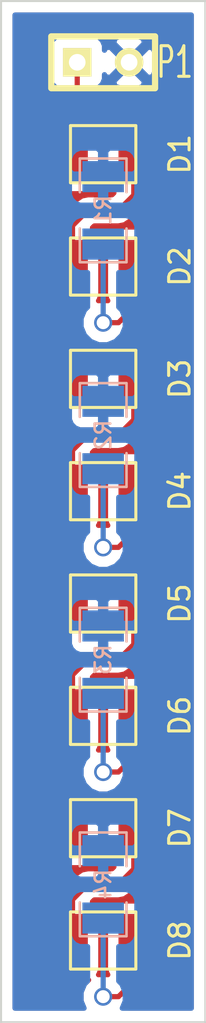
<source format=kicad_pcb>
(kicad_pcb (version 3) (host pcbnew "(2013-04-19 BZR 4011)-stable")

  (general
    (links 16)
    (no_connects 0)
    (area 144.949999 80.18873 155.050001 131.050001)
    (thickness 1.6)
    (drawings 4)
    (tracks 58)
    (zones 0)
    (modules 13)
    (nets 11)
  )

  (page A3)
  (layers
    (15 F.Cu signal)
    (0 B.Cu signal)
    (16 B.Adhes user)
    (17 F.Adhes user)
    (18 B.Paste user)
    (19 F.Paste user)
    (20 B.SilkS user)
    (21 F.SilkS user)
    (22 B.Mask user)
    (23 F.Mask user)
    (24 Dwgs.User user)
    (25 Cmts.User user)
    (26 Eco1.User user)
    (27 Eco2.User user)
    (28 Edge.Cuts user)
  )

  (setup
    (last_trace_width 0.254)
    (trace_clearance 0.254)
    (zone_clearance 0.508)
    (zone_45_only no)
    (trace_min 0.254)
    (segment_width 0.2)
    (edge_width 0.1)
    (via_size 0.889)
    (via_drill 0.635)
    (via_min_size 0.889)
    (via_min_drill 0.508)
    (uvia_size 0.508)
    (uvia_drill 0.127)
    (uvias_allowed no)
    (uvia_min_size 0.508)
    (uvia_min_drill 0.127)
    (pcb_text_width 0.3)
    (pcb_text_size 1.5 1.5)
    (mod_edge_width 0.15)
    (mod_text_size 1 1)
    (mod_text_width 0.15)
    (pad_size 2.6 1.5)
    (pad_drill 0)
    (pad_to_mask_clearance 0)
    (aux_axis_origin 0 0)
    (visible_elements 7FFF7FFF)
    (pcbplotparams
      (layerselection 3178497)
      (usegerberextensions true)
      (excludeedgelayer true)
      (linewidth 152400)
      (plotframeref false)
      (viasonmask false)
      (mode 1)
      (useauxorigin false)
      (hpglpennumber 1)
      (hpglpenspeed 20)
      (hpglpendiameter 15)
      (hpglpenoverlay 2)
      (psnegative false)
      (psa4output false)
      (plotreference true)
      (plotvalue true)
      (plotothertext true)
      (plotinvisibletext false)
      (padsonsilk false)
      (subtractmaskfromsilk false)
      (outputformat 1)
      (mirror false)
      (drillshape 1)
      (scaleselection 1)
      (outputdirectory ""))
  )

  (net 0 "")
  (net 1 GND)
  (net 2 N-000001)
  (net 3 N-000002)
  (net 4 N-000003)
  (net 5 N-000004)
  (net 6 N-000005)
  (net 7 N-000007)
  (net 8 N-000008)
  (net 9 N-000009)
  (net 10 VCC)

  (net_class Default "This is the default net class."
    (clearance 0.254)
    (trace_width 0.254)
    (via_dia 0.889)
    (via_drill 0.635)
    (uvia_dia 0.508)
    (uvia_drill 0.127)
    (add_net "")
    (add_net GND)
    (add_net N-000001)
    (add_net N-000002)
    (add_net N-000003)
    (add_net N-000004)
    (add_net N-000005)
    (add_net N-000007)
    (add_net N-000008)
    (add_net N-000009)
    (add_net VCC)
  )

  (module SM1206 (layer B.Cu) (tedit 42806E24) (tstamp 52335E75)
    (at 150 91.25 270)
    (path /5232A187)
    (attr smd)
    (fp_text reference R1 (at 0 0 270) (layer B.SilkS)
      (effects (font (size 0.762 0.762) (thickness 0.127)) (justify mirror))
    )
    (fp_text value R (at 0 0 270) (layer B.SilkS) hide
      (effects (font (size 0.762 0.762) (thickness 0.127)) (justify mirror))
    )
    (fp_line (start -2.54 1.143) (end -2.54 -1.143) (layer B.SilkS) (width 0.127))
    (fp_line (start -2.54 -1.143) (end -0.889 -1.143) (layer B.SilkS) (width 0.127))
    (fp_line (start 0.889 1.143) (end 2.54 1.143) (layer B.SilkS) (width 0.127))
    (fp_line (start 2.54 1.143) (end 2.54 -1.143) (layer B.SilkS) (width 0.127))
    (fp_line (start 2.54 -1.143) (end 0.889 -1.143) (layer B.SilkS) (width 0.127))
    (fp_line (start -0.889 1.143) (end -2.54 1.143) (layer B.SilkS) (width 0.127))
    (pad 1 smd rect (at -1.651 0 270) (size 1.524 2.032)
      (layers B.Cu B.Paste B.Mask)
      (net 1 GND)
    )
    (pad 2 smd rect (at 1.651 0 270) (size 1.524 2.032)
      (layers B.Cu B.Paste B.Mask)
      (net 4 N-000003)
    )
    (model smd/chip_cms.wrl
      (at (xyz 0 0 0))
      (scale (xyz 0.17 0.16 0.16))
      (rotate (xyz 0 0 0))
    )
  )

  (module SM1206 (layer B.Cu) (tedit 42806E24) (tstamp 52335E82)
    (at 150 102.25 270)
    (path /5232A2CD)
    (attr smd)
    (fp_text reference R2 (at 0 0 270) (layer B.SilkS)
      (effects (font (size 0.762 0.762) (thickness 0.127)) (justify mirror))
    )
    (fp_text value R (at 0 0 270) (layer B.SilkS) hide
      (effects (font (size 0.762 0.762) (thickness 0.127)) (justify mirror))
    )
    (fp_line (start -2.54 1.143) (end -2.54 -1.143) (layer B.SilkS) (width 0.127))
    (fp_line (start -2.54 -1.143) (end -0.889 -1.143) (layer B.SilkS) (width 0.127))
    (fp_line (start 0.889 1.143) (end 2.54 1.143) (layer B.SilkS) (width 0.127))
    (fp_line (start 2.54 1.143) (end 2.54 -1.143) (layer B.SilkS) (width 0.127))
    (fp_line (start 2.54 -1.143) (end 0.889 -1.143) (layer B.SilkS) (width 0.127))
    (fp_line (start -0.889 1.143) (end -2.54 1.143) (layer B.SilkS) (width 0.127))
    (pad 1 smd rect (at -1.651 0 270) (size 1.524 2.032)
      (layers B.Cu B.Paste B.Mask)
      (net 1 GND)
    )
    (pad 2 smd rect (at 1.651 0 270) (size 1.524 2.032)
      (layers B.Cu B.Paste B.Mask)
      (net 6 N-000005)
    )
    (model smd/chip_cms.wrl
      (at (xyz 0 0 0))
      (scale (xyz 0.17 0.16 0.16))
      (rotate (xyz 0 0 0))
    )
  )

  (module SM1206 (layer B.Cu) (tedit 42806E24) (tstamp 52336B52)
    (at 150 113.25 270)
    (path /5232A2D9)
    (attr smd)
    (fp_text reference R3 (at 0 0 270) (layer B.SilkS)
      (effects (font (size 0.762 0.762) (thickness 0.127)) (justify mirror))
    )
    (fp_text value R (at 0 0 270) (layer B.SilkS) hide
      (effects (font (size 0.762 0.762) (thickness 0.127)) (justify mirror))
    )
    (fp_line (start -2.54 1.143) (end -2.54 -1.143) (layer B.SilkS) (width 0.127))
    (fp_line (start -2.54 -1.143) (end -0.889 -1.143) (layer B.SilkS) (width 0.127))
    (fp_line (start 0.889 1.143) (end 2.54 1.143) (layer B.SilkS) (width 0.127))
    (fp_line (start 2.54 1.143) (end 2.54 -1.143) (layer B.SilkS) (width 0.127))
    (fp_line (start 2.54 -1.143) (end 0.889 -1.143) (layer B.SilkS) (width 0.127))
    (fp_line (start -0.889 1.143) (end -2.54 1.143) (layer B.SilkS) (width 0.127))
    (pad 1 smd rect (at -1.651 0 270) (size 1.524 2.032)
      (layers B.Cu B.Paste B.Mask)
      (net 1 GND)
    )
    (pad 2 smd rect (at 1.651 0 270) (size 1.524 2.032)
      (layers B.Cu B.Paste B.Mask)
      (net 8 N-000008)
    )
    (model smd/chip_cms.wrl
      (at (xyz 0 0 0))
      (scale (xyz 0.17 0.16 0.16))
      (rotate (xyz 0 0 0))
    )
  )

  (module SM1206 (layer B.Cu) (tedit 42806E24) (tstamp 5233570A)
    (at 150 124.25 270)
    (path /5232A2DF)
    (attr smd)
    (fp_text reference R4 (at 0 0 270) (layer B.SilkS)
      (effects (font (size 0.762 0.762) (thickness 0.127)) (justify mirror))
    )
    (fp_text value R (at 0 0 270) (layer B.SilkS) hide
      (effects (font (size 0.762 0.762) (thickness 0.127)) (justify mirror))
    )
    (fp_line (start -2.54 1.143) (end -2.54 -1.143) (layer B.SilkS) (width 0.127))
    (fp_line (start -2.54 -1.143) (end -0.889 -1.143) (layer B.SilkS) (width 0.127))
    (fp_line (start 0.889 1.143) (end 2.54 1.143) (layer B.SilkS) (width 0.127))
    (fp_line (start 2.54 1.143) (end 2.54 -1.143) (layer B.SilkS) (width 0.127))
    (fp_line (start 2.54 -1.143) (end 0.889 -1.143) (layer B.SilkS) (width 0.127))
    (fp_line (start -0.889 1.143) (end -2.54 1.143) (layer B.SilkS) (width 0.127))
    (pad 1 smd rect (at -1.651 0 270) (size 1.524 2.032)
      (layers B.Cu B.Paste B.Mask)
      (net 1 GND)
    )
    (pad 2 smd rect (at 1.651 0 270) (size 1.524 2.032)
      (layers B.Cu B.Paste B.Mask)
      (net 9 N-000009)
    )
    (model smd/chip_cms.wrl
      (at (xyz 0 0 0))
      (scale (xyz 0.17 0.16 0.16))
      (rotate (xyz 0 0 0))
    )
  )

  (module SIL-2 (layer F.Cu) (tedit 523A48AF) (tstamp 52335EA3)
    (at 150 84)
    (descr "Connecteurs 2 pins")
    (tags "CONN DEV")
    (path /523349B5)
    (fp_text reference P1 (at 3.5 0) (layer F.SilkS)
      (effects (font (size 1.5 0.9) (thickness 0.15)))
    )
    (fp_text value CONN_2 (at 0 -2.54) (layer F.SilkS) hide
      (effects (font (size 1.524 1.016) (thickness 0.3048)))
    )
    (fp_line (start -2.54 1.27) (end -2.54 -1.27) (layer F.SilkS) (width 0.3048))
    (fp_line (start -2.54 -1.27) (end 2.54 -1.27) (layer F.SilkS) (width 0.3048))
    (fp_line (start 2.54 -1.27) (end 2.54 1.27) (layer F.SilkS) (width 0.3048))
    (fp_line (start 2.54 1.27) (end -2.54 1.27) (layer F.SilkS) (width 0.3048))
    (pad 1 thru_hole rect (at -1.27 0) (size 1.397 1.397) (drill 0.8128)
      (layers *.Cu *.Mask F.SilkS)
      (net 10 VCC)
    )
    (pad 2 thru_hole circle (at 1.27 0) (size 1.397 1.397) (drill 0.8128)
      (layers *.Cu *.Mask F.SilkS)
      (net 1 GND)
    )
  )

  (module LED-PLCC2 (layer F.Cu) (tedit 523A48C8) (tstamp 52335E04)
    (at 150 88.5 90)
    (path /5232484A)
    (fp_text reference D1 (at 0 3.75 90) (layer F.SilkS)
      (effects (font (size 1 1) (thickness 0.15)))
    )
    (fp_text value LED (at 0 3.81 90) (layer F.SilkS) hide
      (effects (font (size 1 1) (thickness 0.15)))
    )
    (fp_line (start -1.4 -1.6) (end 1.4 -1.6) (layer F.SilkS) (width 0.15))
    (fp_line (start 1.4 -1.6) (end 1.4 1.6) (layer F.SilkS) (width 0.15))
    (fp_line (start 1.4 1.6) (end -1.4 1.6) (layer F.SilkS) (width 0.15))
    (fp_line (start -1.4 1.6) (end -1.4 -1.6) (layer F.SilkS) (width 0.15))
    (pad 1 smd rect (at 0 -1.5 90) (size 2.6 1.5)
      (layers F.Cu F.Paste F.Mask)
      (net 10 VCC)
    )
    (pad 2 smd rect (at 0 1.5 90) (size 2.6 1.5)
      (layers F.Cu F.Paste F.Mask)
      (net 3 N-000002)
    )
  )

  (module LED-PLCC2 (layer F.Cu) (tedit 523A48C3) (tstamp 523359D6)
    (at 150 94 90)
    (path /5232A108)
    (fp_text reference D2 (at 0 3.75 90) (layer F.SilkS)
      (effects (font (size 1 1) (thickness 0.15)))
    )
    (fp_text value LED (at 0 3.81 90) (layer F.SilkS) hide
      (effects (font (size 1 1) (thickness 0.15)))
    )
    (fp_line (start -1.4 -1.6) (end 1.4 -1.6) (layer F.SilkS) (width 0.15))
    (fp_line (start 1.4 -1.6) (end 1.4 1.6) (layer F.SilkS) (width 0.15))
    (fp_line (start 1.4 1.6) (end -1.4 1.6) (layer F.SilkS) (width 0.15))
    (fp_line (start -1.4 1.6) (end -1.4 -1.6) (layer F.SilkS) (width 0.15))
    (pad 1 smd rect (at 0 -1.5 90) (size 2.6 1.5)
      (layers F.Cu F.Paste F.Mask)
      (net 3 N-000002)
    )
    (pad 2 smd rect (at 0 1.5 90) (size 2.6 1.5)
      (layers F.Cu F.Paste F.Mask)
      (net 4 N-000003)
    )
  )

  (module LED-PLCC2 (layer F.Cu) (tedit 523A48CD) (tstamp 52335732)
    (at 150 99.5 90)
    (path /5232A118)
    (fp_text reference D3 (at 0 3.75 90) (layer F.SilkS)
      (effects (font (size 1 1) (thickness 0.15)))
    )
    (fp_text value LED (at 0 3.81 90) (layer F.SilkS) hide
      (effects (font (size 1 1) (thickness 0.15)))
    )
    (fp_line (start -1.4 -1.6) (end 1.4 -1.6) (layer F.SilkS) (width 0.15))
    (fp_line (start 1.4 -1.6) (end 1.4 1.6) (layer F.SilkS) (width 0.15))
    (fp_line (start 1.4 1.6) (end -1.4 1.6) (layer F.SilkS) (width 0.15))
    (fp_line (start -1.4 1.6) (end -1.4 -1.6) (layer F.SilkS) (width 0.15))
    (pad 1 smd rect (at 0 -1.5 90) (size 2.6 1.5)
      (layers F.Cu F.Paste F.Mask)
      (net 10 VCC)
    )
    (pad 2 smd rect (at 0 1.5 90) (size 2.6 1.5)
      (layers F.Cu F.Paste F.Mask)
      (net 5 N-000004)
    )
  )

  (module LED-PLCC2 (layer F.Cu) (tedit 523A48D1) (tstamp 52336480)
    (at 150 105 90)
    (path /5232A11E)
    (fp_text reference D4 (at 0 3.75 90) (layer F.SilkS)
      (effects (font (size 1 1) (thickness 0.15)))
    )
    (fp_text value LED (at 0 3.81 90) (layer F.SilkS) hide
      (effects (font (size 1 1) (thickness 0.15)))
    )
    (fp_line (start -1.4 -1.6) (end 1.4 -1.6) (layer F.SilkS) (width 0.15))
    (fp_line (start 1.4 -1.6) (end 1.4 1.6) (layer F.SilkS) (width 0.15))
    (fp_line (start 1.4 1.6) (end -1.4 1.6) (layer F.SilkS) (width 0.15))
    (fp_line (start -1.4 1.6) (end -1.4 -1.6) (layer F.SilkS) (width 0.15))
    (pad 1 smd rect (at 0 -1.5 90) (size 2.6 1.5)
      (layers F.Cu F.Paste F.Mask)
      (net 5 N-000004)
    )
    (pad 2 smd rect (at 0 1.5 90) (size 2.6 1.5)
      (layers F.Cu F.Paste F.Mask)
      (net 6 N-000005)
    )
  )

  (module LED-PLCC2 (layer F.Cu) (tedit 523A48D5) (tstamp 5233648B)
    (at 150 110.5 90)
    (path /5232A136)
    (fp_text reference D5 (at 0 3.75 90) (layer F.SilkS)
      (effects (font (size 1 1) (thickness 0.15)))
    )
    (fp_text value LED (at 0 3.81 90) (layer F.SilkS) hide
      (effects (font (size 1 1) (thickness 0.15)))
    )
    (fp_line (start -1.4 -1.6) (end 1.4 -1.6) (layer F.SilkS) (width 0.15))
    (fp_line (start 1.4 -1.6) (end 1.4 1.6) (layer F.SilkS) (width 0.15))
    (fp_line (start 1.4 1.6) (end -1.4 1.6) (layer F.SilkS) (width 0.15))
    (fp_line (start -1.4 1.6) (end -1.4 -1.6) (layer F.SilkS) (width 0.15))
    (pad 1 smd rect (at 0 -1.5 90) (size 2.6 1.5)
      (layers F.Cu F.Paste F.Mask)
      (net 10 VCC)
    )
    (pad 2 smd rect (at 0 1.5 90) (size 2.6 1.5)
      (layers F.Cu F.Paste F.Mask)
      (net 7 N-000007)
    )
  )

  (module LED-PLCC2 (layer F.Cu) (tedit 523A48DA) (tstamp 52336496)
    (at 150 116 90)
    (path /5232A13C)
    (fp_text reference D6 (at 0 3.75 90) (layer F.SilkS)
      (effects (font (size 1 1) (thickness 0.15)))
    )
    (fp_text value LED (at 0 3.81 90) (layer F.SilkS) hide
      (effects (font (size 1 1) (thickness 0.15)))
    )
    (fp_line (start -1.4 -1.6) (end 1.4 -1.6) (layer F.SilkS) (width 0.15))
    (fp_line (start 1.4 -1.6) (end 1.4 1.6) (layer F.SilkS) (width 0.15))
    (fp_line (start 1.4 1.6) (end -1.4 1.6) (layer F.SilkS) (width 0.15))
    (fp_line (start -1.4 1.6) (end -1.4 -1.6) (layer F.SilkS) (width 0.15))
    (pad 1 smd rect (at 0 -1.5 90) (size 2.6 1.5)
      (layers F.Cu F.Paste F.Mask)
      (net 7 N-000007)
    )
    (pad 2 smd rect (at 0 1.5 90) (size 2.6 1.5)
      (layers F.Cu F.Paste F.Mask)
      (net 8 N-000008)
    )
  )

  (module LED-PLCC2 (layer F.Cu) (tedit 523A48DE) (tstamp 523364E7)
    (at 150 121.5 90)
    (path /5232A148)
    (fp_text reference D7 (at 0 3.75 90) (layer F.SilkS)
      (effects (font (size 1 1) (thickness 0.15)))
    )
    (fp_text value LED (at 0 3.81 90) (layer F.SilkS) hide
      (effects (font (size 1 1) (thickness 0.15)))
    )
    (fp_line (start -1.4 -1.6) (end 1.4 -1.6) (layer F.SilkS) (width 0.15))
    (fp_line (start 1.4 -1.6) (end 1.4 1.6) (layer F.SilkS) (width 0.15))
    (fp_line (start 1.4 1.6) (end -1.4 1.6) (layer F.SilkS) (width 0.15))
    (fp_line (start -1.4 1.6) (end -1.4 -1.6) (layer F.SilkS) (width 0.15))
    (pad 1 smd rect (at 0 -1.5 90) (size 2.6 1.5)
      (layers F.Cu F.Paste F.Mask)
      (net 10 VCC)
    )
    (pad 2 smd rect (at 0 1.5 90) (size 2.6 1.5)
      (layers F.Cu F.Paste F.Mask)
      (net 2 N-000001)
    )
  )

  (module LED-PLCC2 (layer F.Cu) (tedit 523A48E1) (tstamp 52335764)
    (at 150 127 90)
    (path /5232A14E)
    (fp_text reference D8 (at 0 3.75 90) (layer F.SilkS)
      (effects (font (size 1 1) (thickness 0.15)))
    )
    (fp_text value LED (at 0 3.81 90) (layer F.SilkS) hide
      (effects (font (size 1 1) (thickness 0.15)))
    )
    (fp_line (start -1.4 -1.6) (end 1.4 -1.6) (layer F.SilkS) (width 0.15))
    (fp_line (start 1.4 -1.6) (end 1.4 1.6) (layer F.SilkS) (width 0.15))
    (fp_line (start 1.4 1.6) (end -1.4 1.6) (layer F.SilkS) (width 0.15))
    (fp_line (start -1.4 1.6) (end -1.4 -1.6) (layer F.SilkS) (width 0.15))
    (pad 1 smd rect (at 0 -1.5 90) (size 2.6 1.5)
      (layers F.Cu F.Paste F.Mask)
      (net 2 N-000001)
    )
    (pad 2 smd rect (at 0 1.5 90) (size 2.6 1.5)
      (layers F.Cu F.Paste F.Mask)
      (net 9 N-000009)
    )
  )

  (gr_line (start 145 131) (end 145 81) (angle 90) (layer Edge.Cuts) (width 0.1))
  (gr_line (start 155 131) (end 145 131) (angle 90) (layer Edge.Cuts) (width 0.1))
  (gr_line (start 155 81) (end 155 131) (angle 90) (layer Edge.Cuts) (width 0.1))
  (gr_line (start 145 81) (end 155 81) (angle 90) (layer Edge.Cuts) (width 0.1))

  (segment (start 151.5 121.5) (end 151.5 123.5) (width 0.254) (layer F.Cu) (net 2))
  (segment (start 148.5 125) (end 148.5 127) (width 0.254) (layer F.Cu) (net 2) (tstamp 5233652F))
  (segment (start 149.25 124.25) (end 148.5 125) (width 0.254) (layer F.Cu) (net 2) (tstamp 5233652E))
  (segment (start 150.75 124.25) (end 149.25 124.25) (width 0.254) (layer F.Cu) (net 2) (tstamp 52336528))
  (segment (start 151.5 123.5) (end 150.75 124.25) (width 0.254) (layer F.Cu) (net 2) (tstamp 52336527))
  (segment (start 151.5 88.5) (end 151.5 90.5) (width 0.254) (layer F.Cu) (net 3))
  (segment (start 148.5 92) (end 148.5 94) (width 0.254) (layer F.Cu) (net 3) (tstamp 52336510))
  (segment (start 149.25 91.25) (end 148.5 92) (width 0.254) (layer F.Cu) (net 3) (tstamp 5233650F))
  (segment (start 150.75 91.25) (end 149.25 91.25) (width 0.254) (layer F.Cu) (net 3) (tstamp 5233650E))
  (segment (start 151.5 90.5) (end 150.75 91.25) (width 0.254) (layer F.Cu) (net 3) (tstamp 5233650D))
  (segment (start 150 92.901) (end 150 96.75) (width 0.254) (layer B.Cu) (net 4))
  (segment (start 151.5 96) (end 151.5 94) (width 0.254) (layer F.Cu) (net 4))
  (segment (start 151.5 96) (end 150.75 96.75) (width 0.254) (layer F.Cu) (net 4) (tstamp 52336743))
  (segment (start 150.75 96.75) (end 150 96.75) (width 0.254) (layer F.Cu) (net 4) (tstamp 52336747))
  (via (at 150 96.75) (size 0.889) (layers F.Cu B.Cu) (net 4))
  (segment (start 151.5 99.5) (end 151.5 101.5) (width 0.254) (layer F.Cu) (net 5))
  (segment (start 148.5 103) (end 148.5 105) (width 0.254) (layer F.Cu) (net 5) (tstamp 52336518))
  (segment (start 149.25 102.25) (end 148.5 103) (width 0.254) (layer F.Cu) (net 5) (tstamp 52336517))
  (segment (start 150.75 102.25) (end 149.25 102.25) (width 0.254) (layer F.Cu) (net 5) (tstamp 52336516))
  (segment (start 151.5 101.5) (end 150.75 102.25) (width 0.254) (layer F.Cu) (net 5) (tstamp 52336515))
  (segment (start 151.5 105) (end 151.5 107) (width 0.254) (layer F.Cu) (net 6))
  (segment (start 150 107.75) (end 150 103.901) (width 0.254) (layer B.Cu) (net 6) (tstamp 52336B19))
  (via (at 150 107.75) (size 0.889) (layers F.Cu B.Cu) (net 6))
  (segment (start 150.75 107.75) (end 150 107.75) (width 0.254) (layer F.Cu) (net 6) (tstamp 52336B13))
  (segment (start 151.5 107) (end 150.75 107.75) (width 0.254) (layer F.Cu) (net 6) (tstamp 52336B10))
  (segment (start 151.5 110.5) (end 151.5 112.5) (width 0.254) (layer F.Cu) (net 7))
  (segment (start 148.5 114) (end 148.5 116) (width 0.254) (layer F.Cu) (net 7) (tstamp 52336522))
  (segment (start 149.25 113.25) (end 148.5 114) (width 0.254) (layer F.Cu) (net 7) (tstamp 5233651F))
  (segment (start 150.75 113.25) (end 149.25 113.25) (width 0.254) (layer F.Cu) (net 7) (tstamp 5233651C))
  (segment (start 151.5 112.5) (end 150.75 113.25) (width 0.254) (layer F.Cu) (net 7) (tstamp 5233651B))
  (segment (start 151.5 116) (end 151.5 118) (width 0.254) (layer F.Cu) (net 8))
  (segment (start 150 118.75) (end 150 114.901) (width 0.254) (layer B.Cu) (net 8) (tstamp 52336B66))
  (via (at 150 118.75) (size 0.889) (layers F.Cu B.Cu) (net 8))
  (segment (start 150.75 118.75) (end 150 118.75) (width 0.254) (layer F.Cu) (net 8) (tstamp 52336B64))
  (segment (start 151.5 118) (end 150.75 118.75) (width 0.254) (layer F.Cu) (net 8) (tstamp 52336B63))
  (segment (start 151.5 127) (end 151.5 129) (width 0.254) (layer F.Cu) (net 9))
  (segment (start 150 129.75) (end 150 125.901) (width 0.254) (layer B.Cu) (net 9) (tstamp 52336B8B))
  (via (at 150 129.75) (size 0.889) (layers F.Cu B.Cu) (net 9))
  (segment (start 150.75 129.75) (end 150 129.75) (width 0.254) (layer F.Cu) (net 9) (tstamp 52336B89))
  (segment (start 151.5 129) (end 150.75 129.75) (width 0.254) (layer F.Cu) (net 9) (tstamp 52336B88))
  (segment (start 148.5 110.5) (end 148.5 111) (width 0.254) (layer F.Cu) (net 10))
  (segment (start 148.5 121) (end 148.5 121.5) (width 0.254) (layer F.Cu) (net 10) (tstamp 52336502))
  (segment (start 146.75 119.25) (end 148.5 121) (width 0.254) (layer F.Cu) (net 10) (tstamp 52336501))
  (segment (start 146.75 112.75) (end 146.75 119.25) (width 0.254) (layer F.Cu) (net 10) (tstamp 523364FF))
  (segment (start 148.5 111) (end 146.75 112.75) (width 0.254) (layer F.Cu) (net 10) (tstamp 523364FE))
  (segment (start 148.5 99.5) (end 148.5 100) (width 0.254) (layer F.Cu) (net 10))
  (segment (start 148.5 110) (end 148.5 110.5) (width 0.254) (layer F.Cu) (net 10) (tstamp 523364F5))
  (segment (start 146.5 108) (end 148.5 110) (width 0.254) (layer F.Cu) (net 10) (tstamp 523364F4))
  (segment (start 146.5 107.5) (end 146.5 108) (width 0.254) (layer F.Cu) (net 10) (tstamp 523364F3))
  (segment (start 146.5 102) (end 146.5 107.5) (width 0.254) (layer F.Cu) (net 10) (tstamp 523364F1))
  (segment (start 148.5 100) (end 146.5 102) (width 0.254) (layer F.Cu) (net 10) (tstamp 523364F0))
  (segment (start 148.5 88.5) (end 148.5 89) (width 0.254) (layer F.Cu) (net 10))
  (segment (start 148.5 99) (end 148.5 99.5) (width 0.254) (layer F.Cu) (net 10) (tstamp 523364EC))
  (segment (start 146.5 97) (end 148.5 99) (width 0.254) (layer F.Cu) (net 10) (tstamp 523364EB))
  (segment (start 146.5 91) (end 146.5 97) (width 0.254) (layer F.Cu) (net 10) (tstamp 523364E9))
  (segment (start 148.5 89) (end 146.5 91) (width 0.254) (layer F.Cu) (net 10) (tstamp 523364E8))
  (segment (start 148.73 88.27) (end 148.5 88.5) (width 0.254) (layer F.Cu) (net 10) (tstamp 523364C4))
  (segment (start 148.73 84) (end 148.73 88.27) (width 0.254) (layer F.Cu) (net 10))

  (zone (net 1) (net_name GND) (layer B.Cu) (tstamp 52336A62) (hatch edge 0.508)
    (connect_pads (clearance 0.508))
    (min_thickness 0.254)
    (fill (arc_segments 16) (thermal_gap 0.508) (thermal_bridge_width 0.508))
    (polygon
      (pts
        (xy 155 131) (xy 145 131) (xy 145 81) (xy 155 81)
      )
    )
    (filled_polygon
      (pts
        (xy 154.315 130.315) (xy 152.615924 130.315) (xy 152.615924 84.19252) (xy 152.587146 83.662802) (xy 152.439798 83.307072)
        (xy 152.204186 83.245419) (xy 152.024581 83.425024) (xy 152.024581 83.065814) (xy 151.962928 82.830202) (xy 151.46252 82.654076)
        (xy 150.932802 82.682854) (xy 150.577072 82.830202) (xy 150.515419 83.065814) (xy 151.27 83.820395) (xy 152.024581 83.065814)
        (xy 152.024581 83.425024) (xy 151.449605 84) (xy 152.204186 84.754581) (xy 152.439798 84.692928) (xy 152.615924 84.19252)
        (xy 152.615924 130.315) (xy 152.024581 130.315) (xy 152.024581 84.934186) (xy 151.27 84.179605) (xy 151.090395 84.35921)
        (xy 151.090395 84) (xy 150.335814 83.245419) (xy 150.100202 83.307072) (xy 150.06361 83.411036) (xy 150.06361 83.175745)
        (xy 149.967141 82.942271) (xy 149.788668 82.763487) (xy 149.555364 82.666611) (xy 149.302745 82.66639) (xy 147.905745 82.66639)
        (xy 147.672271 82.762859) (xy 147.493487 82.941332) (xy 147.396611 83.174636) (xy 147.39639 83.427255) (xy 147.39639 84.824255)
        (xy 147.492859 85.057729) (xy 147.671332 85.236513) (xy 147.904636 85.333389) (xy 148.157255 85.33361) (xy 149.554255 85.33361)
        (xy 149.787729 85.237141) (xy 149.966513 85.058668) (xy 150.063389 84.825364) (xy 150.063582 84.604519) (xy 150.100202 84.692928)
        (xy 150.335814 84.754581) (xy 151.090395 84) (xy 151.090395 84.35921) (xy 150.515419 84.934186) (xy 150.577072 85.169798)
        (xy 151.07748 85.345924) (xy 151.607198 85.317146) (xy 151.962928 85.169798) (xy 152.024581 84.934186) (xy 152.024581 130.315)
        (xy 150.934256 130.315) (xy 151.079313 129.965668) (xy 151.079687 129.536216) (xy 150.915689 129.139311) (xy 150.762 128.985353)
        (xy 150.762 127.29811) (xy 151.141755 127.29811) (xy 151.375229 127.201641) (xy 151.554013 127.023168) (xy 151.650889 126.789864)
        (xy 151.65111 126.537245) (xy 151.65111 125.013245) (xy 151.65111 123.486755) (xy 151.65111 121.711245) (xy 151.65111 115.537245)
        (xy 151.65111 114.013245) (xy 151.65111 112.486755) (xy 151.65111 110.711245) (xy 151.65111 104.537245) (xy 151.65111 103.013245)
        (xy 151.65111 101.486755) (xy 151.65111 99.711245) (xy 151.65111 93.537245) (xy 151.65111 92.013245) (xy 151.65111 90.486755)
        (xy 151.65111 88.711245) (xy 151.554641 88.477771) (xy 151.376168 88.298987) (xy 151.142864 88.202111) (xy 150.890245 88.20189)
        (xy 150.28575 88.202) (xy 150.127 88.36075) (xy 150.127 89.472) (xy 151.49225 89.472) (xy 151.651 89.31325)
        (xy 151.65111 88.711245) (xy 151.65111 90.486755) (xy 151.651 89.88475) (xy 151.49225 89.726) (xy 150.127 89.726)
        (xy 150.127 90.83725) (xy 150.28575 90.996) (xy 150.890245 90.99611) (xy 151.142864 90.995889) (xy 151.376168 90.899013)
        (xy 151.554641 90.720229) (xy 151.65111 90.486755) (xy 151.65111 92.013245) (xy 151.554641 91.779771) (xy 151.376168 91.600987)
        (xy 151.142864 91.504111) (xy 150.890245 91.50389) (xy 149.873 91.50389) (xy 149.873 90.83725) (xy 149.873 89.726)
        (xy 149.873 89.472) (xy 149.873 88.36075) (xy 149.71425 88.202) (xy 149.109755 88.20189) (xy 148.857136 88.202111)
        (xy 148.623832 88.298987) (xy 148.445359 88.477771) (xy 148.34889 88.711245) (xy 148.349 89.31325) (xy 148.50775 89.472)
        (xy 149.873 89.472) (xy 149.873 89.726) (xy 148.50775 89.726) (xy 148.349 89.88475) (xy 148.34889 90.486755)
        (xy 148.445359 90.720229) (xy 148.623832 90.899013) (xy 148.857136 90.995889) (xy 149.109755 90.99611) (xy 149.71425 90.996)
        (xy 149.873 90.83725) (xy 149.873 91.50389) (xy 148.858245 91.50389) (xy 148.624771 91.600359) (xy 148.445987 91.778832)
        (xy 148.349111 92.012136) (xy 148.34889 92.264755) (xy 148.34889 93.788755) (xy 148.445359 94.022229) (xy 148.623832 94.201013)
        (xy 148.857136 94.297889) (xy 149.109755 94.29811) (xy 149.238 94.29811) (xy 149.238 95.985358) (xy 149.085378 96.137714)
        (xy 148.920687 96.534332) (xy 148.920313 96.963784) (xy 149.084311 97.360689) (xy 149.387714 97.664622) (xy 149.784332 97.829313)
        (xy 150.213784 97.829687) (xy 150.610689 97.665689) (xy 150.914622 97.362286) (xy 151.079313 96.965668) (xy 151.079687 96.536216)
        (xy 150.915689 96.139311) (xy 150.762 95.985353) (xy 150.762 94.29811) (xy 151.141755 94.29811) (xy 151.375229 94.201641)
        (xy 151.554013 94.023168) (xy 151.650889 93.789864) (xy 151.65111 93.537245) (xy 151.65111 99.711245) (xy 151.554641 99.477771)
        (xy 151.376168 99.298987) (xy 151.142864 99.202111) (xy 150.890245 99.20189) (xy 150.28575 99.202) (xy 150.127 99.36075)
        (xy 150.127 100.472) (xy 151.49225 100.472) (xy 151.651 100.31325) (xy 151.65111 99.711245) (xy 151.65111 101.486755)
        (xy 151.651 100.88475) (xy 151.49225 100.726) (xy 150.127 100.726) (xy 150.127 101.83725) (xy 150.28575 101.996)
        (xy 150.890245 101.99611) (xy 151.142864 101.995889) (xy 151.376168 101.899013) (xy 151.554641 101.720229) (xy 151.65111 101.486755)
        (xy 151.65111 103.013245) (xy 151.554641 102.779771) (xy 151.376168 102.600987) (xy 151.142864 102.504111) (xy 150.890245 102.50389)
        (xy 149.873 102.50389) (xy 149.873 101.83725) (xy 149.873 100.726) (xy 149.873 100.472) (xy 149.873 99.36075)
        (xy 149.71425 99.202) (xy 149.109755 99.20189) (xy 148.857136 99.202111) (xy 148.623832 99.298987) (xy 148.445359 99.477771)
        (xy 148.34889 99.711245) (xy 148.349 100.31325) (xy 148.50775 100.472) (xy 149.873 100.472) (xy 149.873 100.726)
        (xy 148.50775 100.726) (xy 148.349 100.88475) (xy 148.34889 101.486755) (xy 148.445359 101.720229) (xy 148.623832 101.899013)
        (xy 148.857136 101.995889) (xy 149.109755 101.99611) (xy 149.71425 101.996) (xy 149.873 101.83725) (xy 149.873 102.50389)
        (xy 148.858245 102.50389) (xy 148.624771 102.600359) (xy 148.445987 102.778832) (xy 148.349111 103.012136) (xy 148.34889 103.264755)
        (xy 148.34889 104.788755) (xy 148.445359 105.022229) (xy 148.623832 105.201013) (xy 148.857136 105.297889) (xy 149.109755 105.29811)
        (xy 149.238 105.29811) (xy 149.238 106.985358) (xy 149.085378 107.137714) (xy 148.920687 107.534332) (xy 148.920313 107.963784)
        (xy 149.084311 108.360689) (xy 149.387714 108.664622) (xy 149.784332 108.829313) (xy 150.213784 108.829687) (xy 150.610689 108.665689)
        (xy 150.914622 108.362286) (xy 151.079313 107.965668) (xy 151.079687 107.536216) (xy 150.915689 107.139311) (xy 150.762 106.985353)
        (xy 150.762 105.29811) (xy 151.141755 105.29811) (xy 151.375229 105.201641) (xy 151.554013 105.023168) (xy 151.650889 104.789864)
        (xy 151.65111 104.537245) (xy 151.65111 110.711245) (xy 151.554641 110.477771) (xy 151.376168 110.298987) (xy 151.142864 110.202111)
        (xy 150.890245 110.20189) (xy 150.28575 110.202) (xy 150.127 110.36075) (xy 150.127 111.472) (xy 151.49225 111.472)
        (xy 151.651 111.31325) (xy 151.65111 110.711245) (xy 151.65111 112.486755) (xy 151.651 111.88475) (xy 151.49225 111.726)
        (xy 150.127 111.726) (xy 150.127 112.83725) (xy 150.28575 112.996) (xy 150.890245 112.99611) (xy 151.142864 112.995889)
        (xy 151.376168 112.899013) (xy 151.554641 112.720229) (xy 151.65111 112.486755) (xy 151.65111 114.013245) (xy 151.554641 113.779771)
        (xy 151.376168 113.600987) (xy 151.142864 113.504111) (xy 150.890245 113.50389) (xy 149.873 113.50389) (xy 149.873 112.83725)
        (xy 149.873 111.726) (xy 149.873 111.472) (xy 149.873 110.36075) (xy 149.71425 110.202) (xy 149.109755 110.20189)
        (xy 148.857136 110.202111) (xy 148.623832 110.298987) (xy 148.445359 110.477771) (xy 148.34889 110.711245) (xy 148.349 111.31325)
        (xy 148.50775 111.472) (xy 149.873 111.472) (xy 149.873 111.726) (xy 148.50775 111.726) (xy 148.349 111.88475)
        (xy 148.34889 112.486755) (xy 148.445359 112.720229) (xy 148.623832 112.899013) (xy 148.857136 112.995889) (xy 149.109755 112.99611)
        (xy 149.71425 112.996) (xy 149.873 112.83725) (xy 149.873 113.50389) (xy 148.858245 113.50389) (xy 148.624771 113.600359)
        (xy 148.445987 113.778832) (xy 148.349111 114.012136) (xy 148.34889 114.264755) (xy 148.34889 115.788755) (xy 148.445359 116.022229)
        (xy 148.623832 116.201013) (xy 148.857136 116.297889) (xy 149.109755 116.29811) (xy 149.238 116.29811) (xy 149.238 117.985358)
        (xy 149.085378 118.137714) (xy 148.920687 118.534332) (xy 148.920313 118.963784) (xy 149.084311 119.360689) (xy 149.387714 119.664622)
        (xy 149.784332 119.829313) (xy 150.213784 119.829687) (xy 150.610689 119.665689) (xy 150.914622 119.362286) (xy 151.079313 118.965668)
        (xy 151.079687 118.536216) (xy 150.915689 118.139311) (xy 150.762 117.985353) (xy 150.762 116.29811) (xy 151.141755 116.29811)
        (xy 151.375229 116.201641) (xy 151.554013 116.023168) (xy 151.650889 115.789864) (xy 151.65111 115.537245) (xy 151.65111 121.711245)
        (xy 151.554641 121.477771) (xy 151.376168 121.298987) (xy 151.142864 121.202111) (xy 150.890245 121.20189) (xy 150.28575 121.202)
        (xy 150.127 121.36075) (xy 150.127 122.472) (xy 151.49225 122.472) (xy 151.651 122.31325) (xy 151.65111 121.711245)
        (xy 151.65111 123.486755) (xy 151.651 122.88475) (xy 151.49225 122.726) (xy 150.127 122.726) (xy 150.127 123.83725)
        (xy 150.28575 123.996) (xy 150.890245 123.99611) (xy 151.142864 123.995889) (xy 151.376168 123.899013) (xy 151.554641 123.720229)
        (xy 151.65111 123.486755) (xy 151.65111 125.013245) (xy 151.554641 124.779771) (xy 151.376168 124.600987) (xy 151.142864 124.504111)
        (xy 150.890245 124.50389) (xy 149.873 124.50389) (xy 149.873 123.83725) (xy 149.873 122.726) (xy 149.873 122.472)
        (xy 149.873 121.36075) (xy 149.71425 121.202) (xy 149.109755 121.20189) (xy 148.857136 121.202111) (xy 148.623832 121.298987)
        (xy 148.445359 121.477771) (xy 148.34889 121.711245) (xy 148.349 122.31325) (xy 148.50775 122.472) (xy 149.873 122.472)
        (xy 149.873 122.726) (xy 148.50775 122.726) (xy 148.349 122.88475) (xy 148.34889 123.486755) (xy 148.445359 123.720229)
        (xy 148.623832 123.899013) (xy 148.857136 123.995889) (xy 149.109755 123.99611) (xy 149.71425 123.996) (xy 149.873 123.83725)
        (xy 149.873 124.50389) (xy 148.858245 124.50389) (xy 148.624771 124.600359) (xy 148.445987 124.778832) (xy 148.349111 125.012136)
        (xy 148.34889 125.264755) (xy 148.34889 126.788755) (xy 148.445359 127.022229) (xy 148.623832 127.201013) (xy 148.857136 127.297889)
        (xy 149.109755 127.29811) (xy 149.238 127.29811) (xy 149.238 128.985358) (xy 149.085378 129.137714) (xy 148.920687 129.534332)
        (xy 148.920313 129.963784) (xy 149.065432 130.315) (xy 145.685 130.315) (xy 145.685 81.685) (xy 154.315 81.685)
        (xy 154.315 130.315)
      )
    )
  )
  (zone (net 1) (net_name GND) (layer F.Cu) (tstamp 52336A62) (hatch edge 0.508)
    (connect_pads (clearance 0.508))
    (min_thickness 0.254)
    (fill (arc_segments 16) (thermal_gap 0.508) (thermal_bridge_width 0.508))
    (polygon
      (pts
        (xy 155 131) (xy 145 131) (xy 145 81) (xy 155 81)
      )
    )
    (filled_polygon
      (pts
        (xy 154.315 130.315) (xy 151.249626 130.315) (xy 151.288815 130.288815) (xy 152.038815 129.538815) (xy 152.203996 129.291605)
        (xy 152.261999 129) (xy 152.262 129) (xy 152.262 128.93511) (xy 152.375755 128.93511) (xy 152.609229 128.838641)
        (xy 152.788013 128.660168) (xy 152.884889 128.426864) (xy 152.88511 128.174245) (xy 152.88511 125.574245) (xy 152.788641 125.340771)
        (xy 152.610168 125.161987) (xy 152.376864 125.065111) (xy 152.124245 125.06489) (xy 150.624245 125.06489) (xy 150.390771 125.161359)
        (xy 150.211987 125.339832) (xy 150.115111 125.573136) (xy 150.11489 125.825755) (xy 150.11489 128.425755) (xy 150.211359 128.659229)
        (xy 150.227844 128.675743) (xy 150.215668 128.670687) (xy 149.786216 128.670313) (xy 149.771942 128.67621) (xy 149.788013 128.660168)
        (xy 149.884889 128.426864) (xy 149.88511 128.174245) (xy 149.88511 125.574245) (xy 149.788641 125.340771) (xy 149.610168 125.161987)
        (xy 149.472717 125.104912) (xy 149.56563 125.012) (xy 150.75 125.012) (xy 150.75 125.011999) (xy 151.041604 124.953996)
        (xy 151.041605 124.953996) (xy 151.288815 124.788815) (xy 152.038815 124.038815) (xy 152.203996 123.791605) (xy 152.261999 123.5)
        (xy 152.262 123.5) (xy 152.262 123.43511) (xy 152.375755 123.43511) (xy 152.609229 123.338641) (xy 152.788013 123.160168)
        (xy 152.884889 122.926864) (xy 152.88511 122.674245) (xy 152.88511 120.074245) (xy 152.788641 119.840771) (xy 152.610168 119.661987)
        (xy 152.376864 119.565111) (xy 152.124245 119.56489) (xy 150.711664 119.56489) (xy 150.768291 119.508361) (xy 151.041604 119.453996)
        (xy 151.041605 119.453996) (xy 151.288815 119.288815) (xy 152.038815 118.538815) (xy 152.203996 118.291605) (xy 152.261999 118)
        (xy 152.262 118) (xy 152.262 117.93511) (xy 152.375755 117.93511) (xy 152.609229 117.838641) (xy 152.788013 117.660168)
        (xy 152.884889 117.426864) (xy 152.88511 117.174245) (xy 152.88511 114.574245) (xy 152.788641 114.340771) (xy 152.610168 114.161987)
        (xy 152.376864 114.065111) (xy 152.124245 114.06489) (xy 150.624245 114.06489) (xy 150.390771 114.161359) (xy 150.211987 114.339832)
        (xy 150.115111 114.573136) (xy 150.11489 114.825755) (xy 150.11489 117.425755) (xy 150.211359 117.659229) (xy 150.227844 117.675743)
        (xy 150.215668 117.670687) (xy 149.786216 117.670313) (xy 149.771942 117.67621) (xy 149.788013 117.660168) (xy 149.884889 117.426864)
        (xy 149.88511 117.174245) (xy 149.88511 114.574245) (xy 149.788641 114.340771) (xy 149.610168 114.161987) (xy 149.472717 114.104912)
        (xy 149.56563 114.012) (xy 150.75 114.012) (xy 150.75 114.011999) (xy 151.041604 113.953996) (xy 151.041605 113.953996)
        (xy 151.288815 113.788815) (xy 152.038815 113.038815) (xy 152.203996 112.791605) (xy 152.261999 112.5) (xy 152.262 112.5)
        (xy 152.262 112.43511) (xy 152.375755 112.43511) (xy 152.609229 112.338641) (xy 152.788013 112.160168) (xy 152.884889 111.926864)
        (xy 152.88511 111.674245) (xy 152.88511 109.074245) (xy 152.788641 108.840771) (xy 152.610168 108.661987) (xy 152.376864 108.565111)
        (xy 152.124245 108.56489) (xy 150.711664 108.56489) (xy 150.768291 108.508361) (xy 151.041604 108.453996) (xy 151.041605 108.453996)
        (xy 151.288815 108.288815) (xy 152.038815 107.538815) (xy 152.203996 107.291605) (xy 152.261999 107) (xy 152.262 107)
        (xy 152.262 106.93511) (xy 152.375755 106.93511) (xy 152.609229 106.838641) (xy 152.788013 106.660168) (xy 152.884889 106.426864)
        (xy 152.88511 106.174245) (xy 152.88511 103.574245) (xy 152.788641 103.340771) (xy 152.610168 103.161987) (xy 152.376864 103.065111)
        (xy 152.124245 103.06489) (xy 150.624245 103.06489) (xy 150.390771 103.161359) (xy 150.211987 103.339832) (xy 150.115111 103.573136)
        (xy 150.11489 103.825755) (xy 150.11489 106.425755) (xy 150.211359 106.659229) (xy 150.227844 106.675743) (xy 150.215668 106.670687)
        (xy 149.786216 106.670313) (xy 149.771942 106.67621) (xy 149.788013 106.660168) (xy 149.884889 106.426864) (xy 149.88511 106.174245)
        (xy 149.88511 103.574245) (xy 149.788641 103.340771) (xy 149.610168 103.161987) (xy 149.472717 103.104912) (xy 149.56563 103.012)
        (xy 150.75 103.012) (xy 150.75 103.011999) (xy 151.041604 102.953996) (xy 151.041605 102.953996) (xy 151.288815 102.788815)
        (xy 152.038815 102.038815) (xy 152.203996 101.791605) (xy 152.261999 101.5) (xy 152.262 101.5) (xy 152.262 101.43511)
        (xy 152.375755 101.43511) (xy 152.609229 101.338641) (xy 152.788013 101.160168) (xy 152.884889 100.926864) (xy 152.88511 100.674245)
        (xy 152.88511 98.074245) (xy 152.788641 97.840771) (xy 152.610168 97.661987) (xy 152.376864 97.565111) (xy 152.124245 97.56489)
        (xy 150.711664 97.56489) (xy 150.768291 97.508361) (xy 151.041604 97.453996) (xy 151.041605 97.453996) (xy 151.288815 97.288815)
        (xy 152.038815 96.538815) (xy 152.203996 96.291605) (xy 152.261999 96) (xy 152.262 96) (xy 152.262 95.93511)
        (xy 152.375755 95.93511) (xy 152.609229 95.838641) (xy 152.788013 95.660168) (xy 152.884889 95.426864) (xy 152.88511 95.174245)
        (xy 152.88511 92.574245) (xy 152.788641 92.340771) (xy 152.610168 92.161987) (xy 152.376864 92.065111) (xy 152.124245 92.06489)
        (xy 150.624245 92.06489) (xy 150.390771 92.161359) (xy 150.211987 92.339832) (xy 150.115111 92.573136) (xy 150.11489 92.825755)
        (xy 150.11489 95.425755) (xy 150.211359 95.659229) (xy 150.227844 95.675743) (xy 150.215668 95.670687) (xy 149.786216 95.670313)
        (xy 149.771942 95.67621) (xy 149.788013 95.660168) (xy 149.884889 95.426864) (xy 149.88511 95.174245) (xy 149.88511 92.574245)
        (xy 149.788641 92.340771) (xy 149.610168 92.161987) (xy 149.472717 92.104912) (xy 149.56563 92.012) (xy 150.75 92.012)
        (xy 150.75 92.011999) (xy 151.041604 91.953996) (xy 151.041605 91.953996) (xy 151.288815 91.788815) (xy 152.038815 91.038815)
        (xy 152.203996 90.791605) (xy 152.261999 90.5) (xy 152.262 90.5) (xy 152.262 90.43511) (xy 152.375755 90.43511)
        (xy 152.609229 90.338641) (xy 152.788013 90.160168) (xy 152.884889 89.926864) (xy 152.88511 89.674245) (xy 152.88511 87.074245)
        (xy 152.788641 86.840771) (xy 152.615924 86.667753) (xy 152.615924 84.19252) (xy 152.587146 83.662802) (xy 152.439798 83.307072)
        (xy 152.204186 83.245419) (xy 152.024581 83.425024) (xy 152.024581 83.065814) (xy 151.962928 82.830202) (xy 151.46252 82.654076)
        (xy 150.932802 82.682854) (xy 150.577072 82.830202) (xy 150.515419 83.065814) (xy 151.27 83.820395) (xy 152.024581 83.065814)
        (xy 152.024581 83.425024) (xy 151.449605 84) (xy 152.204186 84.754581) (xy 152.439798 84.692928) (xy 152.615924 84.19252)
        (xy 152.615924 86.667753) (xy 152.610168 86.661987) (xy 152.376864 86.565111) (xy 152.124245 86.56489) (xy 152.024581 86.56489)
        (xy 152.024581 84.934186) (xy 151.27 84.179605) (xy 150.515419 84.934186) (xy 150.577072 85.169798) (xy 151.07748 85.345924)
        (xy 151.607198 85.317146) (xy 151.962928 85.169798) (xy 152.024581 84.934186) (xy 152.024581 86.56489) (xy 150.624245 86.56489)
        (xy 150.390771 86.661359) (xy 150.211987 86.839832) (xy 150.115111 87.073136) (xy 150.11489 87.325755) (xy 150.11489 89.925755)
        (xy 150.211359 90.159229) (xy 150.389832 90.338013) (xy 150.527282 90.395087) (xy 150.43437 90.488) (xy 149.25 90.488)
        (xy 148.958395 90.546004) (xy 148.711185 90.711185) (xy 147.961185 91.461185) (xy 147.796004 91.708395) (xy 147.738 92)
        (xy 147.738 92.06489) (xy 147.624245 92.06489) (xy 147.390771 92.161359) (xy 147.262 92.289905) (xy 147.262 91.31563)
        (xy 148.14252 90.43511) (xy 149.375755 90.43511) (xy 149.609229 90.338641) (xy 149.788013 90.160168) (xy 149.884889 89.926864)
        (xy 149.88511 89.674245) (xy 149.88511 87.074245) (xy 149.788641 86.840771) (xy 149.610168 86.661987) (xy 149.492 86.612919)
        (xy 149.492 85.33361) (xy 149.554255 85.33361) (xy 149.787729 85.237141) (xy 149.966513 85.058668) (xy 150.063389 84.825364)
        (xy 150.063582 84.604519) (xy 150.100202 84.692928) (xy 150.335814 84.754581) (xy 151.090395 84) (xy 150.335814 83.245419)
        (xy 150.100202 83.307072) (xy 150.06361 83.411036) (xy 150.06361 83.175745) (xy 149.967141 82.942271) (xy 149.788668 82.763487)
        (xy 149.555364 82.666611) (xy 149.302745 82.66639) (xy 147.905745 82.66639) (xy 147.672271 82.762859) (xy 147.493487 82.941332)
        (xy 147.396611 83.174636) (xy 147.39639 83.427255) (xy 147.39639 84.824255) (xy 147.492859 85.057729) (xy 147.671332 85.236513)
        (xy 147.904636 85.333389) (xy 147.968 85.333444) (xy 147.968 86.56489) (xy 147.624245 86.56489) (xy 147.390771 86.661359)
        (xy 147.211987 86.839832) (xy 147.115111 87.073136) (xy 147.11489 87.325755) (xy 147.11489 89.30748) (xy 145.961185 90.461185)
        (xy 145.796004 90.708395) (xy 145.738 91) (xy 145.738 97) (xy 145.796004 97.291605) (xy 145.961185 97.538815)
        (xy 147.11489 98.69252) (xy 147.11489 100.30748) (xy 145.961185 101.461185) (xy 145.796004 101.708395) (xy 145.738 102)
        (xy 145.738 107.5) (xy 145.738 108) (xy 145.796004 108.291605) (xy 145.961185 108.538815) (xy 147.11489 109.69252)
        (xy 147.11489 111.307479) (xy 146.211185 112.211185) (xy 146.046004 112.458395) (xy 145.988 112.75) (xy 145.988 119.25)
        (xy 146.046004 119.541605) (xy 146.211185 119.788815) (xy 147.11489 120.69252) (xy 147.11489 122.925755) (xy 147.211359 123.159229)
        (xy 147.389832 123.338013) (xy 147.623136 123.434889) (xy 147.875755 123.43511) (xy 149.375755 123.43511) (xy 149.609229 123.338641)
        (xy 149.788013 123.160168) (xy 149.884889 122.926864) (xy 149.88511 122.674245) (xy 149.88511 120.074245) (xy 149.788641 119.840771)
        (xy 149.772155 119.824256) (xy 149.784332 119.829313) (xy 150.213784 119.829687) (xy 150.228057 119.823789) (xy 150.211987 119.839832)
        (xy 150.115111 120.073136) (xy 150.11489 120.325755) (xy 150.11489 122.925755) (xy 150.211359 123.159229) (xy 150.389832 123.338013)
        (xy 150.527282 123.395087) (xy 150.43437 123.488) (xy 149.25 123.488) (xy 148.958395 123.546004) (xy 148.711185 123.711185)
        (xy 147.961185 124.461185) (xy 147.796004 124.708395) (xy 147.738 125) (xy 147.738 125.06489) (xy 147.624245 125.06489)
        (xy 147.390771 125.161359) (xy 147.211987 125.339832) (xy 147.115111 125.573136) (xy 147.11489 125.825755) (xy 147.11489 128.425755)
        (xy 147.211359 128.659229) (xy 147.389832 128.838013) (xy 147.623136 128.934889) (xy 147.875755 128.93511) (xy 149.288335 128.93511)
        (xy 149.085378 129.137714) (xy 148.920687 129.534332) (xy 148.920313 129.963784) (xy 149.065432 130.315) (xy 145.685 130.315)
        (xy 145.685 81.685) (xy 154.315 81.685) (xy 154.315 130.315)
      )
    )
  )
)

</source>
